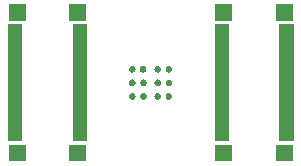
<source format=gbr>
G04 #@! TF.GenerationSoftware,KiCad,Pcbnew,5.0.2+dfsg1-1~bpo9+1*
G04 #@! TF.CreationDate,2019-10-29T18:28:34+01:00*
G04 #@! TF.ProjectId,zglue-jade-adapter,7a676c75-652d-46a6-9164-652d61646170,rev?*
G04 #@! TF.SameCoordinates,Original*
G04 #@! TF.FileFunction,Soldermask,Bot*
G04 #@! TF.FilePolarity,Negative*
%FSLAX46Y46*%
G04 Gerber Fmt 4.6, Leading zero omitted, Abs format (unit mm)*
G04 Created by KiCad (PCBNEW 5.0.2+dfsg1-1~bpo9+1) date Tue 29 Oct 2019 06:28:34 PM CET*
%MOMM*%
%LPD*%
G01*
G04 APERTURE LIST*
%ADD10C,0.100000*%
G04 APERTURE END LIST*
D10*
G36*
X24529260Y-16664500D02*
X23107260Y-16664500D01*
X23107260Y-15262500D01*
X24529260Y-15262500D01*
X24529260Y-16664500D01*
X24529260Y-16664500D01*
G37*
G36*
X7024260Y-16664500D02*
X5602260Y-16664500D01*
X5602260Y-15262500D01*
X7024260Y-15262500D01*
X7024260Y-16664500D01*
X7024260Y-16664500D01*
G37*
G36*
X19408620Y-16659420D02*
X17986620Y-16659420D01*
X17986620Y-15257420D01*
X19408620Y-15257420D01*
X19408620Y-16659420D01*
X19408620Y-16659420D01*
G37*
G36*
X1903620Y-16659420D02*
X481620Y-16659420D01*
X481620Y-15257420D01*
X1903620Y-15257420D01*
X1903620Y-16659420D01*
X1903620Y-16659420D01*
G37*
G36*
X1603120Y-14958000D02*
X401120Y-14958000D01*
X401120Y-5056000D01*
X1603120Y-5056000D01*
X1603120Y-14958000D01*
X1603120Y-14958000D01*
G37*
G36*
X24607220Y-14958000D02*
X23405220Y-14958000D01*
X23405220Y-5056000D01*
X24607220Y-5056000D01*
X24607220Y-14958000D01*
X24607220Y-14958000D01*
G37*
G36*
X19108120Y-14958000D02*
X17906120Y-14958000D01*
X17906120Y-5056000D01*
X19108120Y-5056000D01*
X19108120Y-14958000D01*
X19108120Y-14958000D01*
G37*
G36*
X7102220Y-14958000D02*
X5900220Y-14958000D01*
X5900220Y-5056000D01*
X7102220Y-5056000D01*
X7102220Y-14958000D01*
X7102220Y-14958000D01*
G37*
G36*
X14126527Y-10886241D02*
X14177394Y-10907311D01*
X14223172Y-10937899D01*
X14262101Y-10976828D01*
X14292689Y-11022606D01*
X14313759Y-11073473D01*
X14324500Y-11127471D01*
X14324500Y-11182529D01*
X14313759Y-11236527D01*
X14292689Y-11287394D01*
X14262101Y-11333172D01*
X14223172Y-11372101D01*
X14177394Y-11402689D01*
X14126527Y-11423759D01*
X14072529Y-11434500D01*
X14017471Y-11434500D01*
X13963473Y-11423759D01*
X13912606Y-11402689D01*
X13866828Y-11372101D01*
X13827899Y-11333172D01*
X13797311Y-11287394D01*
X13776241Y-11236527D01*
X13765500Y-11182529D01*
X13765500Y-11127471D01*
X13776241Y-11073473D01*
X13797311Y-11022606D01*
X13827899Y-10976828D01*
X13866828Y-10937899D01*
X13912606Y-10907311D01*
X13963473Y-10886241D01*
X14017471Y-10875500D01*
X14072529Y-10875500D01*
X14126527Y-10886241D01*
X14126527Y-10886241D01*
G37*
G36*
X11026527Y-10886241D02*
X11077394Y-10907311D01*
X11123172Y-10937899D01*
X11162101Y-10976828D01*
X11192689Y-11022606D01*
X11213759Y-11073473D01*
X11224500Y-11127471D01*
X11224500Y-11182529D01*
X11213759Y-11236527D01*
X11192689Y-11287394D01*
X11162101Y-11333172D01*
X11123172Y-11372101D01*
X11077394Y-11402689D01*
X11026527Y-11423759D01*
X10972529Y-11434500D01*
X10917471Y-11434500D01*
X10863473Y-11423759D01*
X10812606Y-11402689D01*
X10766828Y-11372101D01*
X10727899Y-11333172D01*
X10697311Y-11287394D01*
X10676241Y-11236527D01*
X10665500Y-11182529D01*
X10665500Y-11127471D01*
X10676241Y-11073473D01*
X10697311Y-11022606D01*
X10727899Y-10976828D01*
X10766828Y-10937899D01*
X10812606Y-10907311D01*
X10863473Y-10886241D01*
X10917471Y-10875500D01*
X10972529Y-10875500D01*
X11026527Y-10886241D01*
X11026527Y-10886241D01*
G37*
G36*
X13176527Y-10886241D02*
X13227394Y-10907311D01*
X13273172Y-10937899D01*
X13312101Y-10976828D01*
X13342689Y-11022606D01*
X13363759Y-11073473D01*
X13374500Y-11127471D01*
X13374500Y-11182529D01*
X13363759Y-11236527D01*
X13342689Y-11287394D01*
X13312101Y-11333172D01*
X13273172Y-11372101D01*
X13227394Y-11402689D01*
X13176527Y-11423759D01*
X13122529Y-11434500D01*
X13067471Y-11434500D01*
X13013473Y-11423759D01*
X12962606Y-11402689D01*
X12916828Y-11372101D01*
X12877899Y-11333172D01*
X12847311Y-11287394D01*
X12826241Y-11236527D01*
X12815500Y-11182529D01*
X12815500Y-11127471D01*
X12826241Y-11073473D01*
X12847311Y-11022606D01*
X12877899Y-10976828D01*
X12916828Y-10937899D01*
X12962606Y-10907311D01*
X13013473Y-10886241D01*
X13067471Y-10875500D01*
X13122529Y-10875500D01*
X13176527Y-10886241D01*
X13176527Y-10886241D01*
G37*
G36*
X11976527Y-10886241D02*
X12027394Y-10907311D01*
X12073172Y-10937899D01*
X12112101Y-10976828D01*
X12142689Y-11022606D01*
X12163759Y-11073473D01*
X12174500Y-11127471D01*
X12174500Y-11182529D01*
X12163759Y-11236527D01*
X12142689Y-11287394D01*
X12112101Y-11333172D01*
X12073172Y-11372101D01*
X12027394Y-11402689D01*
X11976527Y-11423759D01*
X11922529Y-11434500D01*
X11867471Y-11434500D01*
X11813473Y-11423759D01*
X11762606Y-11402689D01*
X11716828Y-11372101D01*
X11677899Y-11333172D01*
X11647311Y-11287394D01*
X11626241Y-11236527D01*
X11615500Y-11182529D01*
X11615500Y-11127471D01*
X11626241Y-11073473D01*
X11647311Y-11022606D01*
X11677899Y-10976828D01*
X11716828Y-10937899D01*
X11762606Y-10907311D01*
X11813473Y-10886241D01*
X11867471Y-10875500D01*
X11922529Y-10875500D01*
X11976527Y-10886241D01*
X11976527Y-10886241D01*
G37*
G36*
X13176527Y-9736241D02*
X13227394Y-9757311D01*
X13273172Y-9787899D01*
X13312101Y-9826828D01*
X13342689Y-9872606D01*
X13363759Y-9923473D01*
X13374500Y-9977471D01*
X13374500Y-10032529D01*
X13363759Y-10086527D01*
X13342689Y-10137394D01*
X13312101Y-10183172D01*
X13273172Y-10222101D01*
X13227394Y-10252689D01*
X13176527Y-10273759D01*
X13122529Y-10284500D01*
X13067471Y-10284500D01*
X13013473Y-10273759D01*
X12962606Y-10252689D01*
X12916828Y-10222101D01*
X12877899Y-10183172D01*
X12847311Y-10137394D01*
X12826241Y-10086527D01*
X12815500Y-10032529D01*
X12815500Y-9977471D01*
X12826241Y-9923473D01*
X12847311Y-9872606D01*
X12877899Y-9826828D01*
X12916828Y-9787899D01*
X12962606Y-9757311D01*
X13013473Y-9736241D01*
X13067471Y-9725500D01*
X13122529Y-9725500D01*
X13176527Y-9736241D01*
X13176527Y-9736241D01*
G37*
G36*
X11026527Y-9736241D02*
X11077394Y-9757311D01*
X11123172Y-9787899D01*
X11162101Y-9826828D01*
X11192689Y-9872606D01*
X11213759Y-9923473D01*
X11224500Y-9977471D01*
X11224500Y-10032529D01*
X11213759Y-10086527D01*
X11192689Y-10137394D01*
X11162101Y-10183172D01*
X11123172Y-10222101D01*
X11077394Y-10252689D01*
X11026527Y-10273759D01*
X10972529Y-10284500D01*
X10917471Y-10284500D01*
X10863473Y-10273759D01*
X10812606Y-10252689D01*
X10766828Y-10222101D01*
X10727899Y-10183172D01*
X10697311Y-10137394D01*
X10676241Y-10086527D01*
X10665500Y-10032529D01*
X10665500Y-9977471D01*
X10676241Y-9923473D01*
X10697311Y-9872606D01*
X10727899Y-9826828D01*
X10766828Y-9787899D01*
X10812606Y-9757311D01*
X10863473Y-9736241D01*
X10917471Y-9725500D01*
X10972529Y-9725500D01*
X11026527Y-9736241D01*
X11026527Y-9736241D01*
G37*
G36*
X11976527Y-9736241D02*
X12027394Y-9757311D01*
X12073172Y-9787899D01*
X12112101Y-9826828D01*
X12142689Y-9872606D01*
X12163759Y-9923473D01*
X12174500Y-9977471D01*
X12174500Y-10032529D01*
X12163759Y-10086527D01*
X12142689Y-10137394D01*
X12112101Y-10183172D01*
X12073172Y-10222101D01*
X12027394Y-10252689D01*
X11976527Y-10273759D01*
X11922529Y-10284500D01*
X11867471Y-10284500D01*
X11813473Y-10273759D01*
X11762606Y-10252689D01*
X11716828Y-10222101D01*
X11677899Y-10183172D01*
X11647311Y-10137394D01*
X11626241Y-10086527D01*
X11615500Y-10032529D01*
X11615500Y-9977471D01*
X11626241Y-9923473D01*
X11647311Y-9872606D01*
X11677899Y-9826828D01*
X11716828Y-9787899D01*
X11762606Y-9757311D01*
X11813473Y-9736241D01*
X11867471Y-9725500D01*
X11922529Y-9725500D01*
X11976527Y-9736241D01*
X11976527Y-9736241D01*
G37*
G36*
X14126527Y-9736241D02*
X14177394Y-9757311D01*
X14223172Y-9787899D01*
X14262101Y-9826828D01*
X14292689Y-9872606D01*
X14313759Y-9923473D01*
X14324500Y-9977471D01*
X14324500Y-10032529D01*
X14313759Y-10086527D01*
X14292689Y-10137394D01*
X14262101Y-10183172D01*
X14223172Y-10222101D01*
X14177394Y-10252689D01*
X14126527Y-10273759D01*
X14072529Y-10284500D01*
X14017471Y-10284500D01*
X13963473Y-10273759D01*
X13912606Y-10252689D01*
X13866828Y-10222101D01*
X13827899Y-10183172D01*
X13797311Y-10137394D01*
X13776241Y-10086527D01*
X13765500Y-10032529D01*
X13765500Y-9977471D01*
X13776241Y-9923473D01*
X13797311Y-9872606D01*
X13827899Y-9826828D01*
X13866828Y-9787899D01*
X13912606Y-9757311D01*
X13963473Y-9736241D01*
X14017471Y-9725500D01*
X14072529Y-9725500D01*
X14126527Y-9736241D01*
X14126527Y-9736241D01*
G37*
G36*
X11026527Y-8586241D02*
X11077394Y-8607311D01*
X11123172Y-8637899D01*
X11162101Y-8676828D01*
X11192689Y-8722606D01*
X11213759Y-8773473D01*
X11224500Y-8827471D01*
X11224500Y-8882529D01*
X11213759Y-8936527D01*
X11192689Y-8987394D01*
X11162101Y-9033172D01*
X11123172Y-9072101D01*
X11077394Y-9102689D01*
X11026527Y-9123759D01*
X10972529Y-9134500D01*
X10917471Y-9134500D01*
X10863473Y-9123759D01*
X10812606Y-9102689D01*
X10766828Y-9072101D01*
X10727899Y-9033172D01*
X10697311Y-8987394D01*
X10676241Y-8936527D01*
X10665500Y-8882529D01*
X10665500Y-8827471D01*
X10676241Y-8773473D01*
X10697311Y-8722606D01*
X10727899Y-8676828D01*
X10766828Y-8637899D01*
X10812606Y-8607311D01*
X10863473Y-8586241D01*
X10917471Y-8575500D01*
X10972529Y-8575500D01*
X11026527Y-8586241D01*
X11026527Y-8586241D01*
G37*
G36*
X13176527Y-8586241D02*
X13227394Y-8607311D01*
X13273172Y-8637899D01*
X13312101Y-8676828D01*
X13342689Y-8722606D01*
X13363759Y-8773473D01*
X13374500Y-8827471D01*
X13374500Y-8882529D01*
X13363759Y-8936527D01*
X13342689Y-8987394D01*
X13312101Y-9033172D01*
X13273172Y-9072101D01*
X13227394Y-9102689D01*
X13176527Y-9123759D01*
X13122529Y-9134500D01*
X13067471Y-9134500D01*
X13013473Y-9123759D01*
X12962606Y-9102689D01*
X12916828Y-9072101D01*
X12877899Y-9033172D01*
X12847311Y-8987394D01*
X12826241Y-8936527D01*
X12815500Y-8882529D01*
X12815500Y-8827471D01*
X12826241Y-8773473D01*
X12847311Y-8722606D01*
X12877899Y-8676828D01*
X12916828Y-8637899D01*
X12962606Y-8607311D01*
X13013473Y-8586241D01*
X13067471Y-8575500D01*
X13122529Y-8575500D01*
X13176527Y-8586241D01*
X13176527Y-8586241D01*
G37*
G36*
X11926527Y-8586241D02*
X11977394Y-8607311D01*
X12023172Y-8637899D01*
X12062101Y-8676828D01*
X12092689Y-8722606D01*
X12113759Y-8773473D01*
X12124500Y-8827471D01*
X12124500Y-8882529D01*
X12113759Y-8936527D01*
X12092689Y-8987394D01*
X12062101Y-9033172D01*
X12023172Y-9072101D01*
X11977394Y-9102689D01*
X11926527Y-9123759D01*
X11872529Y-9134500D01*
X11817471Y-9134500D01*
X11763473Y-9123759D01*
X11712606Y-9102689D01*
X11666828Y-9072101D01*
X11627899Y-9033172D01*
X11597311Y-8987394D01*
X11576241Y-8936527D01*
X11565500Y-8882529D01*
X11565500Y-8827471D01*
X11576241Y-8773473D01*
X11597311Y-8722606D01*
X11627899Y-8676828D01*
X11666828Y-8637899D01*
X11712606Y-8607311D01*
X11763473Y-8586241D01*
X11817471Y-8575500D01*
X11872529Y-8575500D01*
X11926527Y-8586241D01*
X11926527Y-8586241D01*
G37*
G36*
X14126527Y-8586241D02*
X14177394Y-8607311D01*
X14223172Y-8637899D01*
X14262101Y-8676828D01*
X14292689Y-8722606D01*
X14313759Y-8773473D01*
X14324500Y-8827471D01*
X14324500Y-8882529D01*
X14313759Y-8936527D01*
X14292689Y-8987394D01*
X14262101Y-9033172D01*
X14223172Y-9072101D01*
X14177394Y-9102689D01*
X14126527Y-9123759D01*
X14072529Y-9134500D01*
X14017471Y-9134500D01*
X13963473Y-9123759D01*
X13912606Y-9102689D01*
X13866828Y-9072101D01*
X13827899Y-9033172D01*
X13797311Y-8987394D01*
X13776241Y-8936527D01*
X13765500Y-8882529D01*
X13765500Y-8827471D01*
X13776241Y-8773473D01*
X13797311Y-8722606D01*
X13827899Y-8676828D01*
X13866828Y-8637899D01*
X13912606Y-8607311D01*
X13963473Y-8586241D01*
X14017471Y-8575500D01*
X14072529Y-8575500D01*
X14126527Y-8586241D01*
X14126527Y-8586241D01*
G37*
G36*
X7024260Y-4756980D02*
X5602260Y-4756980D01*
X5602260Y-3354980D01*
X7024260Y-3354980D01*
X7024260Y-4756980D01*
X7024260Y-4756980D01*
G37*
G36*
X24529260Y-4756980D02*
X23107260Y-4756980D01*
X23107260Y-3354980D01*
X24529260Y-3354980D01*
X24529260Y-4756980D01*
X24529260Y-4756980D01*
G37*
G36*
X19408620Y-4756980D02*
X17986620Y-4756980D01*
X17986620Y-3354980D01*
X19408620Y-3354980D01*
X19408620Y-4756980D01*
X19408620Y-4756980D01*
G37*
G36*
X1903620Y-4756980D02*
X481620Y-4756980D01*
X481620Y-3354980D01*
X1903620Y-3354980D01*
X1903620Y-4756980D01*
X1903620Y-4756980D01*
G37*
M02*

</source>
